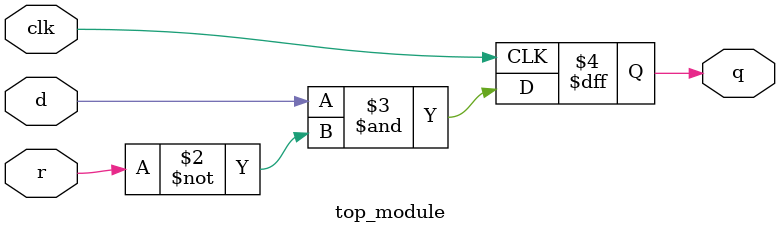
<source format=v>
/*
Program: [HDLbits challenges](https://hdlbits.01xz.net/wiki/Main_Page)
Development: BEZERRA, André <w1s4sh1i>
Student-Contact: andrefrbezerra@gmail.com
*/

// https://hdlbits.01xz.net/wiki/Exams/m2014_q4c
module top_module (
    input clk,
    input d, 
    input r,   // synchronous reset
    output q
);
    always @(posedge clk) begin
    	q <= d & ~r; // q <= r ? 1'b0: d; 	
    end

endmodule

/* testbench with mismatch


*/

</source>
